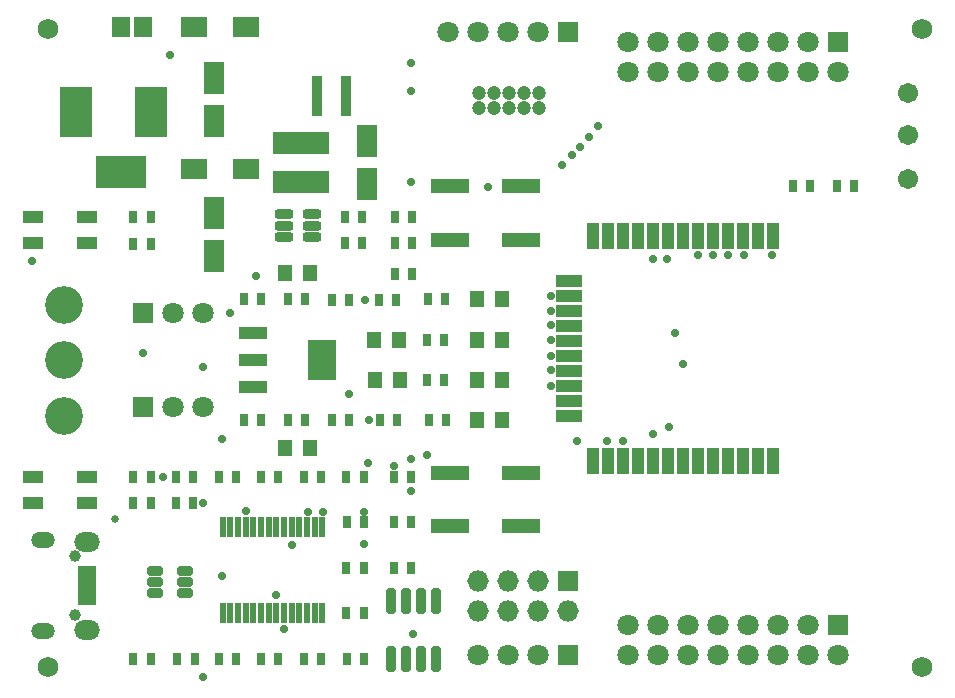
<source format=gbr>
%TF.GenerationSoftware,Altium Limited,Altium Designer,24.9.1 (31)*%
G04 Layer_Color=8388736*
%FSLAX45Y45*%
%MOMM*%
%TF.SameCoordinates,87F55232-172A-40C5-9850-FF0673041AA3*%
%TF.FilePolarity,Negative*%
%TF.FileFunction,Soldermask,Top*%
%TF.Part,Single*%
G01*
G75*
%TA.AperFunction,ViaPad*%
%ADD50C,0.63500*%
%TA.AperFunction,SMDPad,CuDef*%
%ADD64R,1.70320X1.10320*%
%ADD65R,1.00320X2.30320*%
%ADD66R,2.30320X1.00320*%
%TA.AperFunction,ConnectorPad*%
%ADD67R,0.85320X3.50320*%
%ADD68R,0.90320X3.50320*%
%TA.AperFunction,SMDPad,CuDef*%
%ADD69R,0.60320X1.70320*%
%ADD70R,4.70320X1.95320*%
%ADD71R,1.30320X1.40320*%
%ADD72R,0.75320X1.10320*%
%ADD73C,1.70320*%
%ADD74R,3.20320X1.20320*%
G04:AMPARAMS|DCode=75|XSize=1.4132mm|YSize=0.7932mm|CornerRadius=0.17535mm|HoleSize=0mm|Usage=FLASHONLY|Rotation=0.000|XOffset=0mm|YOffset=0mm|HoleType=Round|Shape=RoundedRectangle|*
%AMROUNDEDRECTD75*
21,1,1.41320,0.44250,0,0,0.0*
21,1,1.06250,0.79320,0,0,0.0*
1,1,0.35070,0.53125,-0.22125*
1,1,0.35070,-0.53125,-0.22125*
1,1,0.35070,-0.53125,0.22125*
1,1,0.35070,0.53125,0.22125*
%
%ADD75ROUNDEDRECTD75*%
%ADD76R,1.50320X0.65320*%
G04:AMPARAMS|DCode=77|XSize=2.1732mm|YSize=0.7932mm|CornerRadius=0.17535mm|HoleSize=0mm|Usage=FLASHONLY|Rotation=270.000|XOffset=0mm|YOffset=0mm|HoleType=Round|Shape=RoundedRectangle|*
%AMROUNDEDRECTD77*
21,1,2.17320,0.44250,0,0,270.0*
21,1,1.82250,0.79320,0,0,270.0*
1,1,0.35070,-0.22125,-0.91125*
1,1,0.35070,-0.22125,0.91125*
1,1,0.35070,0.22125,0.91125*
1,1,0.35070,0.22125,-0.91125*
%
%ADD77ROUNDEDRECTD77*%
%ADD78R,2.35320X1.10320*%
%ADD79R,2.35320X3.45320*%
%ADD80R,1.80320X2.80320*%
%ADD81R,2.30320X1.75320*%
%ADD82R,1.50320X1.70320*%
G04:AMPARAMS|DCode=83|XSize=1.5732mm|YSize=0.7932mm|CornerRadius=0.2491mm|HoleSize=0mm|Usage=FLASHONLY|Rotation=0.000|XOffset=0mm|YOffset=0mm|HoleType=Round|Shape=RoundedRectangle|*
%AMROUNDEDRECTD83*
21,1,1.57320,0.29500,0,0,0.0*
21,1,1.07500,0.79320,0,0,0.0*
1,1,0.49820,0.53750,-0.14750*
1,1,0.49820,-0.53750,-0.14750*
1,1,0.49820,-0.53750,0.14750*
1,1,0.49820,0.53750,0.14750*
%
%ADD83ROUNDEDRECTD83*%
%TA.AperFunction,ViaPad*%
%ADD84C,1.72720*%
%TA.AperFunction,ComponentPad*%
%ADD85R,1.80320X1.80320*%
%ADD86C,1.80320*%
%ADD87C,1.20320*%
%ADD88O,2.20320X1.65320*%
%ADD89O,2.00320X1.35320*%
%ADD90C,1.00320*%
%ADD91R,4.26720X2.74320*%
%ADD92R,2.74320X4.26720*%
%ADD93R,1.81320X1.80320*%
%ADD94O,1.81320X1.80320*%
%ADD95C,3.20000*%
%TA.AperFunction,ViaPad*%
%ADD96C,0.71120*%
D50*
X863600Y1554480D02*
D03*
D64*
X630000Y3887500D02*
D03*
X170000D02*
D03*
Y4112500D02*
D03*
X630000D02*
D03*
Y1687500D02*
D03*
X170000D02*
D03*
Y1912500D02*
D03*
X630000D02*
D03*
D65*
X6179820Y2048500D02*
D03*
X5798820D02*
D03*
X5671820D02*
D03*
X5544820D02*
D03*
X5417820D02*
D03*
X5290820D02*
D03*
X6306820D02*
D03*
X6433820D02*
D03*
X5925820D02*
D03*
X6052820D02*
D03*
X6433820Y3951500D02*
D03*
X6306820D02*
D03*
X6179820D02*
D03*
X6052820D02*
D03*
X5925820D02*
D03*
X5798820D02*
D03*
X5671820D02*
D03*
X5544820D02*
D03*
X5417820D02*
D03*
X5290820D02*
D03*
X5163820Y2048500D02*
D03*
Y3951500D02*
D03*
X5036820Y2048500D02*
D03*
Y3951500D02*
D03*
X4909820Y2048500D02*
D03*
Y3951500D02*
D03*
D66*
X4709820Y2428500D02*
D03*
Y2555500D02*
D03*
Y2682500D02*
D03*
Y2809500D02*
D03*
Y2936500D02*
D03*
Y3190500D02*
D03*
Y3317500D02*
D03*
Y3444500D02*
D03*
Y3063500D02*
D03*
Y3571500D02*
D03*
D67*
X2575000Y5140000D02*
D03*
D68*
X2825000D02*
D03*
D69*
X2622500Y1487500D02*
D03*
X2557500D02*
D03*
X2492500D02*
D03*
X2427500D02*
D03*
X2362500D02*
D03*
X2297500D02*
D03*
X2232500D02*
D03*
X2167500D02*
D03*
X2102500D02*
D03*
X2037500D02*
D03*
X1972500D02*
D03*
X1907500D02*
D03*
X1842500D02*
D03*
X1777500D02*
D03*
Y762500D02*
D03*
X1842500D02*
D03*
X1907500D02*
D03*
X1972500D02*
D03*
X2037500D02*
D03*
X2102500D02*
D03*
X2167500D02*
D03*
X2232500D02*
D03*
X2297500D02*
D03*
X2362500D02*
D03*
X2427500D02*
D03*
X2492500D02*
D03*
X2557500D02*
D03*
X2622500D02*
D03*
D70*
X2438400Y4734500D02*
D03*
Y4409500D02*
D03*
D71*
X3269460Y3073536D02*
D03*
X3059460D02*
D03*
X3933600Y2394510D02*
D03*
X4143600D02*
D03*
X3933600Y2734023D02*
D03*
X4143600D02*
D03*
X3933600Y3073536D02*
D03*
X4143600D02*
D03*
X3933600Y3413049D02*
D03*
X4143600D02*
D03*
X2303000Y3640000D02*
D03*
X2513000D02*
D03*
X2302920Y2156460D02*
D03*
X2512920D02*
D03*
X3069840Y2734023D02*
D03*
X3279840D02*
D03*
D72*
X2105900Y2395220D02*
D03*
X1960900D02*
D03*
X3384120Y3888210D02*
D03*
X3239120D02*
D03*
X3239660Y3632200D02*
D03*
X3384660D02*
D03*
X3239660Y4111790D02*
D03*
X3384660D02*
D03*
X2476445Y3413760D02*
D03*
X2331445D02*
D03*
X2105870D02*
D03*
X1960870D02*
D03*
X2609960Y1912620D02*
D03*
X2464960D02*
D03*
X3373960Y1142590D02*
D03*
X3228960D02*
D03*
X2825640Y755445D02*
D03*
X2970640D02*
D03*
X2825640Y1141170D02*
D03*
X2970640D02*
D03*
X1022240Y368300D02*
D03*
X1167240D02*
D03*
X2248740Y369720D02*
D03*
X2103740D02*
D03*
X1743600Y368300D02*
D03*
X1888600D02*
D03*
X1394240D02*
D03*
X1539240D02*
D03*
X2971180D02*
D03*
X2826180D02*
D03*
X2609960Y369720D02*
D03*
X2464960D02*
D03*
X2826180Y1525475D02*
D03*
X2971180D02*
D03*
X2970640Y1912620D02*
D03*
X2825640D02*
D03*
X3228960Y1912619D02*
D03*
X3373960D02*
D03*
X3374500Y1526185D02*
D03*
X3229500D02*
D03*
X1527920Y1686790D02*
D03*
X1382920D02*
D03*
X3243580Y3412340D02*
D03*
X3098580D02*
D03*
X3664060Y3413760D02*
D03*
X3519060D02*
D03*
X2847560Y3412340D02*
D03*
X2702560D02*
D03*
X3666600Y2393800D02*
D03*
X3521600D02*
D03*
X3653900Y2733313D02*
D03*
X3508900D02*
D03*
X3653900Y3072826D02*
D03*
X3508900D02*
D03*
X1527920Y1912620D02*
D03*
X1382920D02*
D03*
X2249280D02*
D03*
X2104280D02*
D03*
X1888600D02*
D03*
X1743600D02*
D03*
X6981080Y4376420D02*
D03*
X7126080D02*
D03*
X6751540D02*
D03*
X6606540D02*
D03*
X1167240Y1912620D02*
D03*
X1022240D02*
D03*
X1167240Y1686790D02*
D03*
X1022240D02*
D03*
X3253960Y2393800D02*
D03*
X3108960D02*
D03*
X2847560D02*
D03*
X2702560D02*
D03*
X2812940Y3888210D02*
D03*
X2957940D02*
D03*
X2960480Y4111790D02*
D03*
X2815480D02*
D03*
X1167240Y3886790D02*
D03*
X1022240D02*
D03*
X2331445Y2395220D02*
D03*
X2476445D02*
D03*
X1167240Y4111790D02*
D03*
X1022240D02*
D03*
D73*
X7579360Y4803140D02*
D03*
Y4434840D02*
D03*
Y5163820D02*
D03*
D74*
X4300000Y4370000D02*
D03*
Y3920000D02*
D03*
X3700000Y4370000D02*
D03*
Y3920000D02*
D03*
X4300000Y1943520D02*
D03*
Y1493520D02*
D03*
X3700000Y1943520D02*
D03*
Y1493520D02*
D03*
D75*
X1457960Y926080D02*
D03*
Y1116080D02*
D03*
X1206960D02*
D03*
Y1021080D02*
D03*
Y926080D02*
D03*
X1457960Y1021080D02*
D03*
D76*
X632900Y990600D02*
D03*
Y1055600D02*
D03*
Y1120600D02*
D03*
Y860600D02*
D03*
Y925600D02*
D03*
D77*
X3581400Y368300D02*
D03*
X3454400D02*
D03*
X3327400D02*
D03*
X3200400D02*
D03*
Y863300D02*
D03*
X3327400D02*
D03*
X3454400D02*
D03*
X3581400D02*
D03*
D78*
X2033640Y3129000D02*
D03*
Y2900000D02*
D03*
Y2671000D02*
D03*
D79*
X2619640Y2900000D02*
D03*
D80*
X2997200Y4752000D02*
D03*
Y4392000D02*
D03*
X1701800Y4925400D02*
D03*
Y5285400D02*
D03*
Y4142400D02*
D03*
Y3782400D02*
D03*
D81*
X1532600Y4521200D02*
D03*
X1972600D02*
D03*
Y5723830D02*
D03*
X1532600D02*
D03*
D82*
X1105920Y5720080D02*
D03*
X916940Y5720080D02*
D03*
D83*
X2296000Y4133600D02*
D03*
Y4038600D02*
D03*
Y3943600D02*
D03*
X2530000D02*
D03*
Y4038600D02*
D03*
Y4133600D02*
D03*
D84*
X7700000Y300000D02*
D03*
Y5700000D02*
D03*
X300000Y300000D02*
D03*
Y5700000D02*
D03*
D85*
X6989000Y5597000D02*
D03*
X4699000Y5676900D02*
D03*
X4700000Y400000D02*
D03*
X1099820Y2500000D02*
D03*
Y3300000D02*
D03*
X6989000Y657000D02*
D03*
D86*
X6735000Y5597000D02*
D03*
X6481000D02*
D03*
X6227000D02*
D03*
X5973000D02*
D03*
X5719000D02*
D03*
X5465000D02*
D03*
X5211000D02*
D03*
Y5343000D02*
D03*
X5465000D02*
D03*
X5719000D02*
D03*
X5973000D02*
D03*
X6227000D02*
D03*
X6481000D02*
D03*
X6735000D02*
D03*
X6989000D02*
D03*
X3683000Y5676900D02*
D03*
X3937000D02*
D03*
X4191000D02*
D03*
X4445000D02*
D03*
X4446000Y400000D02*
D03*
X4192000D02*
D03*
X3938000D02*
D03*
X1607820Y2500000D02*
D03*
X1353820D02*
D03*
X1607820Y3300000D02*
D03*
X1353820D02*
D03*
X6989000Y403000D02*
D03*
X6735000D02*
D03*
X6481000D02*
D03*
X6227000D02*
D03*
X5973000D02*
D03*
X5719000D02*
D03*
X5465000D02*
D03*
X5211000D02*
D03*
Y657000D02*
D03*
X5465000D02*
D03*
X5719000D02*
D03*
X5973000D02*
D03*
X6227000D02*
D03*
X6481000D02*
D03*
X6735000D02*
D03*
D87*
X4454000Y5163500D02*
D03*
X4327000D02*
D03*
X4200000D02*
D03*
X4073000D02*
D03*
X3946000D02*
D03*
X4454000Y5036500D02*
D03*
X4327000D02*
D03*
X4200000D02*
D03*
X4073000D02*
D03*
X3946000D02*
D03*
D88*
X632900Y1363100D02*
D03*
Y618100D02*
D03*
D89*
X252900Y1378100D02*
D03*
Y603100D02*
D03*
D90*
X527900Y1240600D02*
D03*
Y740600D02*
D03*
D91*
X913500Y4496000D02*
D03*
D92*
X532500Y5004000D02*
D03*
X1167500D02*
D03*
D93*
X4701000Y1027000D02*
D03*
D94*
X4447000D02*
D03*
X4193000D02*
D03*
X3939000D02*
D03*
Y773000D02*
D03*
X4193000D02*
D03*
X4447000D02*
D03*
X4701000D02*
D03*
D95*
X431800Y3370000D02*
D03*
Y2430000D02*
D03*
Y2900000D02*
D03*
D96*
X3020060Y2395220D02*
D03*
X5671820Y2865120D02*
D03*
X2296160Y619760D02*
D03*
X3373120Y5173980D02*
D03*
X3388360Y576580D02*
D03*
X3373120Y5415280D02*
D03*
X4559300Y2682240D02*
D03*
Y2811780D02*
D03*
Y2936240D02*
D03*
Y3065780D02*
D03*
Y3192780D02*
D03*
Y3317240D02*
D03*
Y3441700D02*
D03*
X3507740Y2092960D02*
D03*
X5417820Y2273300D02*
D03*
X5552440Y2331720D02*
D03*
X5163820Y2214880D02*
D03*
X5034280D02*
D03*
X4780280D02*
D03*
X3230880Y1998980D02*
D03*
X2979420Y3406140D02*
D03*
X3371244Y4411044D02*
D03*
X2230120Y909320D02*
D03*
X1606833Y215295D02*
D03*
X1274316Y1911186D02*
D03*
X1838960Y3299460D02*
D03*
X3375660Y2062480D02*
D03*
X2973585Y1616195D02*
D03*
X2623820Y1610360D02*
D03*
X1771650Y2228850D02*
D03*
X4734560Y4632960D02*
D03*
X4650740Y4549140D02*
D03*
X4803140Y4706620D02*
D03*
X4881880Y4785360D02*
D03*
X4955540Y4879340D02*
D03*
X4020820Y4368800D02*
D03*
X165100Y3741420D02*
D03*
X5605780Y3126740D02*
D03*
X5539740Y3756660D02*
D03*
X5419876Y3759907D02*
D03*
X6431280Y3787140D02*
D03*
X6187440Y3789680D02*
D03*
X6057900D02*
D03*
X5925820D02*
D03*
X5801360Y3792220D02*
D03*
X3006680Y2026576D02*
D03*
X1767840Y1074420D02*
D03*
X1976120Y1617980D02*
D03*
X1607820Y1686560D02*
D03*
X3373120Y1788160D02*
D03*
X2971800Y1338580D02*
D03*
X2849880Y2608580D02*
D03*
X2496820Y1610360D02*
D03*
X2362200Y1336040D02*
D03*
X1102547Y2956373D02*
D03*
X1335566Y5478893D02*
D03*
X2061075Y3610254D02*
D03*
X1607820Y2842260D02*
D03*
%TF.MD5,6035e6866be43707f76eb52f2885d004*%
M02*

</source>
